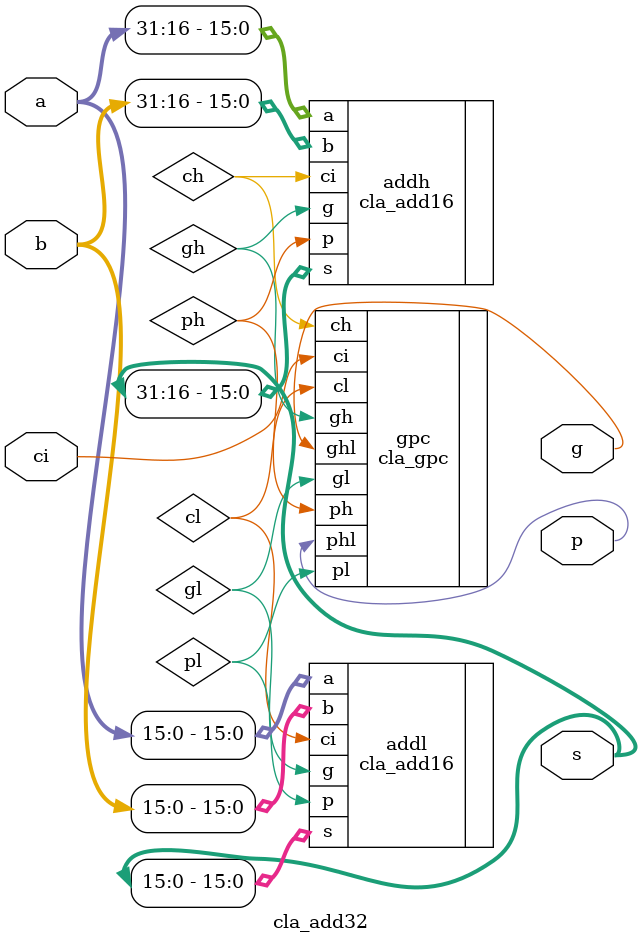
<source format=v>


module cla_add32 (
    input      [31:0] a,
    input      [31:0] b,
    input             ci,

    output            g,
    output            p,
    output     [31:0] s
);

wire ch, cl;
wire gh, gl;
wire ph, pl;

cla_add16 addh (
    .a(a[31:16]),   // in
    .b(b[31:16]),   // in
    .ci(ch),        // in
    .g(gh),         // out
    .p(ph),         // out
    .s(s[31:16])    // out
);

cla_add16 addl (
    .a(a[15:0]),    // in
    .b(b[15:0]),    // in
    .ci(cl),        // in
    .g(gl),         // out
    .p(pl),         // out
    .s(s[15:0])     // out
);

cla_gpc gpc (
    .gh(gh),    // in
    .ph(ph),    // in
    .gl(gl),    // in
    .pl(pl),    // in
    .ci(ci),    // in
    .ghl(g),    // out
    .phl(p),    // out
    .ch(ch),    // out
    .cl(cl)     // out
);

endmodule

</source>
